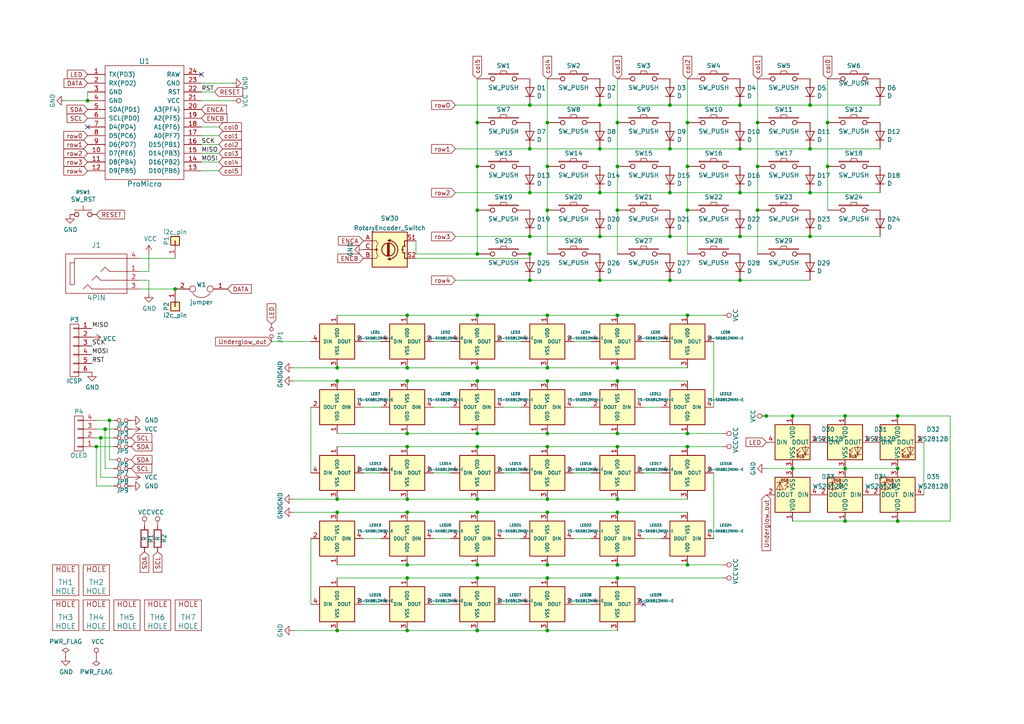
<source format=kicad_sch>
(kicad_sch (version 20211123) (generator eeschema)
  (paper "A4")
  (junction (at 194.31 55.88))
  (junction (at 260.35 151.13))
  (junction (at 118.11 167.64))
  (junction (at 194.31 81.28))
  (junction (at 138.43 125.73))
  (junction (at 30.48 124.46))
  (junction (at 199.39 60.96))
  (junction (at 118.11 148.59))
  (junction (at 27.94 129.54))
  (junction (at 222.25 120.65))
  (junction (at 158.75 60.96))
  (junction (at 194.31 68.58))
  (junction (at 158.75 148.59))
  (junction (at 179.07 129.54))
  (junction (at 158.75 48.26))
  (junction (at 179.07 163.83))
  (junction (at 118.11 91.44))
  (junction (at 138.43 182.88))
  (junction (at 158.75 106.68))
  (junction (at 158.75 91.44))
  (junction (at 199.39 35.56))
  (junction (at 50.8 83.82))
  (junction (at 173.99 68.58))
  (junction (at 179.07 148.59))
  (junction (at 158.75 125.73))
  (junction (at 138.43 110.49))
  (junction (at 138.43 48.26))
  (junction (at 158.75 129.54))
  (junction (at 158.75 110.49))
  (junction (at 240.03 48.26))
  (junction (at 245.11 135.89))
  (junction (at 179.07 144.78))
  (junction (at 138.43 73.66))
  (junction (at 179.07 125.73))
  (junction (at 138.43 91.44))
  (junction (at 179.07 110.49))
  (junction (at 229.87 135.89))
  (junction (at 229.87 120.65))
  (junction (at 245.11 120.65))
  (junction (at 194.31 30.48))
  (junction (at 138.43 148.59))
  (junction (at 260.35 120.65))
  (junction (at 158.75 163.83))
  (junction (at 214.63 81.28))
  (junction (at 97.79 106.68))
  (junction (at 234.95 30.48))
  (junction (at 234.95 55.88))
  (junction (at 240.03 35.56))
  (junction (at 179.07 167.64))
  (junction (at 158.75 144.78))
  (junction (at 199.39 91.44))
  (junction (at 29.21 127))
  (junction (at 138.43 35.56))
  (junction (at 199.39 163.83))
  (junction (at 214.63 43.18))
  (junction (at 138.43 163.83))
  (junction (at 173.99 55.88))
  (junction (at 194.31 43.18))
  (junction (at 31.75 121.92))
  (junction (at 219.71 60.96))
  (junction (at 118.11 163.83))
  (junction (at 97.79 148.59))
  (junction (at 219.71 48.26))
  (junction (at 179.07 106.68))
  (junction (at 179.07 48.26))
  (junction (at 199.39 48.26))
  (junction (at 158.75 182.88))
  (junction (at 25.4 29.21))
  (junction (at 118.11 125.73))
  (junction (at 153.67 68.58))
  (junction (at 199.39 125.73))
  (junction (at 158.75 167.64))
  (junction (at 219.71 35.56))
  (junction (at 153.67 30.48))
  (junction (at 97.79 182.88))
  (junction (at 118.11 182.88))
  (junction (at 138.43 106.68))
  (junction (at 173.99 43.18))
  (junction (at 214.63 68.58))
  (junction (at 153.67 81.28))
  (junction (at 158.75 35.56))
  (junction (at 179.07 35.56))
  (junction (at 97.79 144.78))
  (junction (at 118.11 144.78))
  (junction (at 118.11 106.68))
  (junction (at 199.39 129.54))
  (junction (at 179.07 60.96))
  (junction (at 234.95 43.18))
  (junction (at 173.99 30.48))
  (junction (at 153.67 55.88))
  (junction (at 118.11 129.54))
  (junction (at 234.95 68.58))
  (junction (at 214.63 55.88))
  (junction (at 138.43 60.96))
  (junction (at 97.79 110.49))
  (junction (at 173.99 81.28))
  (junction (at 153.67 43.18))
  (junction (at 179.07 91.44))
  (junction (at 260.35 135.89))
  (junction (at 138.43 167.64))
  (junction (at 118.11 110.49))
  (junction (at 153.67 73.66))
  (junction (at 245.11 151.13))
  (junction (at 138.43 144.78))
  (junction (at 138.43 129.54))
  (junction (at 214.63 30.48))
  (no_connect (at 25.4 36.83))
  (no_connect (at 186.69 175.26))
  (no_connect (at 58.42 21.59))
  (wire (pts (xy 158.75 148.59) (xy 179.07 148.59)))
  (wire (pts (xy 207.01 99.06) (xy 207.01 118.11)))
  (wire (pts (xy 158.75 110.49) (xy 179.07 110.49)))
  (wire (pts (xy 85.09 106.68) (xy 97.79 106.68)))
  (wire (pts (xy 85.09 182.88) (xy 97.79 182.88)))
  (wire (pts (xy 158.75 60.96) (xy 158.75 73.66)))
  (wire (pts (xy 166.37 156.21) (xy 171.45 156.21)))
  (wire (pts (xy 27.94 129.54) (xy 33.02 129.54)))
  (wire (pts (xy 179.07 167.64) (xy 209.55 167.64)))
  (wire (pts (xy 166.37 137.16) (xy 171.45 137.16)))
  (wire (pts (xy 158.75 35.56) (xy 158.75 48.26)))
  (wire (pts (xy 97.79 167.64) (xy 118.11 167.64)))
  (wire (pts (xy 179.07 91.44) (xy 199.39 91.44)))
  (wire (pts (xy 158.75 167.64) (xy 179.07 167.64)))
  (wire (pts (xy 234.95 68.58) (xy 255.27 68.58)))
  (wire (pts (xy 33.02 133.35) (xy 31.75 133.35)))
  (wire (pts (xy 214.63 43.18) (xy 234.95 43.18)))
  (wire (pts (xy 138.43 22.86) (xy 138.43 35.56)))
  (wire (pts (xy 118.11 91.44) (xy 138.43 91.44)))
  (wire (pts (xy 138.43 48.26) (xy 138.43 60.96)))
  (wire (pts (xy 97.79 182.88) (xy 118.11 182.88)))
  (wire (pts (xy 199.39 60.96) (xy 199.39 73.66)))
  (wire (pts (xy 138.43 182.88) (xy 158.75 182.88)))
  (wire (pts (xy 240.03 35.56) (xy 240.03 48.26)))
  (wire (pts (xy 27.94 127) (xy 29.21 127)))
  (wire (pts (xy 105.41 156.21) (xy 110.49 156.21)))
  (wire (pts (xy 158.75 144.78) (xy 179.07 144.78)))
  (wire (pts (xy 138.43 129.54) (xy 158.75 129.54)))
  (wire (pts (xy 179.07 144.78) (xy 199.39 144.78)))
  (wire (pts (xy 132.08 81.28) (xy 153.67 81.28)))
  (wire (pts (xy 199.39 91.44) (xy 209.55 91.44)))
  (wire (pts (xy 153.67 55.88) (xy 132.08 55.88)))
  (wire (pts (xy 229.87 135.89) (xy 245.11 135.89)))
  (wire (pts (xy 173.99 55.88) (xy 194.31 55.88)))
  (wire (pts (xy 146.05 137.16) (xy 151.13 137.16)))
  (wire (pts (xy 234.95 30.48) (xy 255.27 30.48)))
  (wire (pts (xy 222.25 135.89) (xy 229.87 135.89)))
  (wire (pts (xy 158.75 125.73) (xy 179.07 125.73)))
  (wire (pts (xy 138.43 91.44) (xy 158.75 91.44)))
  (wire (pts (xy 67.31 24.13) (xy 58.42 24.13)))
  (wire (pts (xy 219.71 60.96) (xy 219.71 73.66)))
  (wire (pts (xy 194.31 43.18) (xy 214.63 43.18)))
  (wire (pts (xy 33.02 124.46) (xy 30.48 124.46)))
  (wire (pts (xy 234.95 30.48) (xy 214.63 30.48)))
  (wire (pts (xy 105.41 99.06) (xy 110.49 99.06)))
  (wire (pts (xy 199.39 48.26) (xy 199.39 60.96)))
  (wire (pts (xy 220.98 120.65) (xy 222.25 120.65)))
  (wire (pts (xy 97.79 110.49) (xy 118.11 110.49)))
  (wire (pts (xy 186.69 137.16) (xy 191.77 137.16)))
  (wire (pts (xy 118.11 125.73) (xy 138.43 125.73)))
  (wire (pts (xy 158.75 163.83) (xy 179.07 163.83)))
  (wire (pts (xy 29.21 127) (xy 33.02 127)))
  (wire (pts (xy 173.99 30.48) (xy 153.67 30.48)))
  (wire (pts (xy 40.64 83.82) (xy 50.8 83.82)))
  (wire (pts (xy 173.99 81.28) (xy 194.31 81.28)))
  (wire (pts (xy 199.39 163.83) (xy 209.55 163.83)))
  (wire (pts (xy 166.37 118.11) (xy 171.45 118.11)))
  (wire (pts (xy 138.43 110.49) (xy 158.75 110.49)))
  (wire (pts (xy 85.09 110.49) (xy 97.79 110.49)))
  (wire (pts (xy 138.43 125.73) (xy 158.75 125.73)))
  (wire (pts (xy 219.71 22.86) (xy 219.71 35.56)))
  (wire (pts (xy 118.11 106.68) (xy 138.43 106.68)))
  (wire (pts (xy 29.21 138.43) (xy 29.21 127)))
  (wire (pts (xy 105.41 137.16) (xy 110.49 137.16)))
  (wire (pts (xy 125.73 156.21) (xy 130.81 156.21)))
  (wire (pts (xy 173.99 30.48) (xy 194.31 30.48)))
  (wire (pts (xy 173.99 68.58) (xy 153.67 68.58)))
  (wire (pts (xy 158.75 48.26) (xy 158.75 60.96)))
  (wire (pts (xy 27.94 124.46) (xy 30.48 124.46)))
  (wire (pts (xy 186.69 156.21) (xy 191.77 156.21)))
  (wire (pts (xy 166.37 99.06) (xy 171.45 99.06)))
  (wire (pts (xy 153.67 68.58) (xy 132.08 68.58)))
  (wire (pts (xy 214.63 68.58) (xy 234.95 68.58)))
  (wire (pts (xy 40.64 74.93) (xy 50.8 74.93)))
  (wire (pts (xy 199.39 35.56) (xy 199.39 48.26)))
  (wire (pts (xy 179.07 48.26) (xy 179.07 60.96)))
  (wire (pts (xy 97.79 144.78) (xy 118.11 144.78)))
  (wire (pts (xy 158.75 129.54) (xy 179.07 129.54)))
  (wire (pts (xy 118.11 110.49) (xy 138.43 110.49)))
  (wire (pts (xy 194.31 81.28) (xy 214.63 81.28)))
  (wire (pts (xy 63.5 49.53) (xy 58.42 49.53)))
  (wire (pts (xy 43.18 81.28) (xy 43.18 85.09)))
  (wire (pts (xy 214.63 81.28) (xy 234.95 81.28)))
  (wire (pts (xy 158.75 91.44) (xy 179.07 91.44)))
  (wire (pts (xy 33.02 121.92) (xy 31.75 121.92)))
  (wire (pts (xy 179.07 35.56) (xy 179.07 48.26)))
  (wire (pts (xy 179.07 106.68) (xy 199.39 106.68)))
  (wire (pts (xy 118.11 182.88) (xy 138.43 182.88)))
  (wire (pts (xy 138.43 163.83) (xy 158.75 163.83)))
  (wire (pts (xy 158.75 106.68) (xy 179.07 106.68)))
  (wire (pts (xy 62.23 26.67) (xy 58.42 26.67)))
  (wire (pts (xy 146.05 156.21) (xy 151.13 156.21)))
  (wire (pts (xy 25.4 26.67) (xy 25.4 29.21)))
  (wire (pts (xy 40.64 81.28) (xy 43.18 81.28)))
  (wire (pts (xy 97.79 163.83) (xy 118.11 163.83)))
  (wire (pts (xy 179.07 163.83) (xy 199.39 163.83)))
  (wire (pts (xy 240.03 48.26) (xy 240.03 60.96)))
  (wire (pts (xy 63.5 46.99) (xy 58.42 46.99)))
  (wire (pts (xy 153.67 74.93) (xy 153.67 73.66)))
  (wire (pts (xy 179.07 60.96) (xy 179.07 73.66)))
  (wire (pts (xy 173.99 43.18) (xy 153.67 43.18)))
  (wire (pts (xy 267.97 128.27) (xy 267.97 143.51)))
  (wire (pts (xy 138.43 167.64) (xy 158.75 167.64)))
  (wire (pts (xy 245.11 151.13) (xy 260.35 151.13)))
  (wire (pts (xy 97.79 91.44) (xy 118.11 91.44)))
  (wire (pts (xy 194.31 30.48) (xy 214.63 30.48)))
  (wire (pts (xy 58.42 41.91) (xy 63.5 41.91)))
  (wire (pts (xy 90.17 156.21) (xy 90.17 175.26)))
  (wire (pts (xy 138.43 60.96) (xy 138.43 73.66)))
  (wire (pts (xy 275.59 151.13) (xy 275.59 120.65)))
  (wire (pts (xy 146.05 118.11) (xy 151.13 118.11)))
  (wire (pts (xy 222.25 120.65) (xy 229.87 120.65)))
  (wire (pts (xy 118.11 167.64) (xy 138.43 167.64)))
  (wire (pts (xy 194.31 55.88) (xy 214.63 55.88)))
  (wire (pts (xy 105.41 118.11) (xy 110.49 118.11)))
  (wire (pts (xy 207.01 137.16) (xy 207.01 156.21)))
  (wire (pts (xy 85.09 148.59) (xy 97.79 148.59)))
  (wire (pts (xy 25.4 29.21) (xy 19.05 29.21)))
  (wire (pts (xy 138.43 144.78) (xy 158.75 144.78)))
  (wire (pts (xy 179.07 22.86) (xy 179.07 35.56)))
  (wire (pts (xy 43.18 78.74) (xy 40.64 78.74)))
  (wire (pts (xy 179.07 125.73) (xy 199.39 125.73)))
  (wire (pts (xy 186.69 118.11) (xy 191.77 118.11)))
  (wire (pts (xy 27.94 121.92) (xy 31.75 121.92)))
  (wire (pts (xy 27.94 140.97) (xy 33.02 140.97)))
  (wire (pts (xy 179.07 110.49) (xy 199.39 110.49)))
  (wire (pts (xy 158.75 22.86) (xy 158.75 35.56)))
  (wire (pts (xy 120.65 74.93) (xy 153.67 74.93)))
  (wire (pts (xy 43.18 73.66) (xy 43.18 78.74)))
  (wire (pts (xy 118.11 148.59) (xy 138.43 148.59)))
  (wire (pts (xy 138.43 106.68) (xy 158.75 106.68)))
  (wire (pts (xy 118.11 144.78) (xy 138.43 144.78)))
  (wire (pts (xy 78.74 99.06) (xy 90.17 99.06)))
  (wire (pts (xy 153.67 81.28) (xy 173.99 81.28)))
  (wire (pts (xy 125.73 137.16) (xy 130.81 137.16)))
  (wire (pts (xy 97.79 129.54) (xy 118.11 129.54)))
  (wire (pts (xy 30.48 124.46) (xy 30.48 135.89)))
  (wire (pts (xy 146.05 175.26) (xy 151.13 175.26)))
  (wire (pts (xy 125.73 175.26) (xy 130.81 175.26)))
  (wire (pts (xy 120.65 73.66) (xy 120.65 69.85)))
  (wire (pts (xy 179.07 148.59) (xy 199.39 148.59)))
  (wire (pts (xy 138.43 35.56) (xy 138.43 48.26)))
  (wire (pts (xy 97.79 125.73) (xy 118.11 125.73)))
  (wire (pts (xy 234.95 55.88) (xy 255.27 55.88)))
  (wire (pts (xy 97.79 148.59) (xy 118.11 148.59)))
  (wire (pts (xy 27.94 129.54) (xy 27.94 140.97)))
  (wire (pts (xy 260.35 151.13) (xy 275.59 151.13)))
  (wire (pts (xy 199.39 129.54) (xy 209.55 129.54)))
  (wire (pts (xy 173.99 68.58) (xy 194.31 68.58)))
  (wire (pts (xy 85.09 144.78) (xy 97.79 144.78)))
  (wire (pts (xy 63.5 39.37) (xy 58.42 39.37)))
  (wire (pts (xy 33.02 138.43) (xy 29.21 138.43)))
  (wire (pts (xy 219.71 35.56) (xy 219.71 48.26)))
  (wire (pts (xy 90.17 118.11) (xy 90.17 137.16)))
  (wire (pts (xy 234.95 43.18) (xy 255.27 43.18)))
  (wire (pts (xy 125.73 118.11) (xy 130.81 118.11)))
  (wire (pts (xy 229.87 151.13) (xy 245.11 151.13)))
  (wire (pts (xy 240.03 35.56) (xy 240.03 22.86)))
  (wire (pts (xy 120.65 73.66) (xy 138.43 73.66)))
  (wire (pts (xy 67.31 29.21) (xy 58.42 29.21)))
  (wire (pts (xy 105.41 175.26) (xy 110.49 175.26)))
  (wire (pts (xy 219.71 48.26) (xy 219.71 60.96)))
  (wire (pts (xy 166.37 175.26) (xy 171.45 175.26)))
  (wire (pts (xy 138.43 148.59) (xy 158.75 148.59)))
  (wire (pts (xy 245.11 120.65) (xy 260.35 120.65)))
  (wire (pts (xy 158.75 182.88) (xy 179.07 182.88)))
  (wire (pts (xy 125.73 99.06) (xy 130.81 99.06)))
  (wire (pts (xy 229.87 120.65) (xy 245.11 120.65)))
  (wire (pts (xy 58.42 36.83) (xy 63.5 36.83)))
  (wire (pts (xy 97.79 106.68) (xy 118.11 106.68)))
  (wire (pts (xy 173.99 43.18) (xy 194.31 43.18)))
  (wire (pts (xy 199.39 125.73) (xy 209.55 125.73)))
  (wire (pts (xy 199.39 22.86) (xy 199.39 35.56)))
  (wire (pts (xy 173.99 55.88) (xy 153.67 55.88)))
  (wire (pts (xy 118.11 129.54) (xy 138.43 129.54)))
  (wire (pts (xy 153.67 30.48) (xy 132.08 30.48)))
  (wire (pts (xy 245.11 135.89) (xy 260.35 135.89)))
  (wire (pts (xy 58.42 44.45) (xy 63.5 44.45)))
  (wire (pts (xy 30.48 135.89) (xy 33.02 135.89)))
  (wire (pts (xy 194.31 68.58) (xy 214.63 68.58)))
  (wire (pts (xy 153.67 43.18) (xy 132.08 43.18)))
  (wire (pts (xy 146.05 99.06) (xy 151.13 99.06)))
  (wire (pts (xy 214.63 55.88) (xy 234.95 55.88)))
  (wire (pts (xy 31.75 121.92) (xy 31.75 133.35)))
  (wire (pts (xy 275.59 120.65) (xy 260.35 120.65)))
  (wire (pts (xy 186.69 99.06) (xy 191.77 99.06)))
  (wire (pts (xy 179.07 129.54) (xy 199.39 129.54)))
  (wire (pts (xy 118.11 163.83) (xy 138.43 163.83)))
  (label "MOSI" (at 26.67 102.87 0))
  (label "RST" (at 26.67 105.41 0))
  (label "MOSI" (at 58.42 46.99 0))
  (label "SCK" (at 26.67 100.33 0))
  (label "RST" (at 58.42 26.67 0))
  (label "SCK" (at 58.42 41.91 0))
  (label "MISO" (at 58.42 44.45 0))
  (label "MISO" (at 26.67 95.25 0))
  (global_label "ENCA" (shape input) (at 105.41 69.85 180) (property "Intersheet References" "${INTERSHEET_REFS}" (effects hide)))
  (global_label "col0" (shape input) (at 240.03 22.86 90) (property "Intersheet References" "${INTERSHEET_REFS}" (effects hide)))
  (global_label "ENCB" (shape input) (at 58.42 34.29 0) (property "Intersheet References" "${INTERSHEET_REFS}" (effects hide)))
  (global_label "row3" (shape input) (at 132.08 68.58 180) (property "Intersheet References" "${INTERSHEET_REFS}" (effects hide)))
  (global_label "LED" (shape input) (at 78.74 93.98 90) (property "Intersheet References" "${INTERSHEET_REFS}" (effects hide)))
  (global_label "row2" (shape input) (at 132.08 55.88 180) (property "Intersheet References" "${INTERSHEET_REFS}" (effects hide)))
  (global_label "row1" (shape input) (at 25.4 41.91 180) (property "Intersheet References" "${INTERSHEET_REFS}" (effects hide)))
  (global_label "col1" (shape input) (at 63.5 39.37 0) (property "Intersheet References" "${INTERSHEET_REFS}" (effects hide)))
  (global_label "row2" (shape input) (at 25.4 44.45 180) (property "Intersheet References" "${INTERSHEET_REFS}" (effects hide)))
  (global_label "col1" (shape input) (at 219.71 22.86 90) (property "Intersheet References" "${INTERSHEET_REFS}" (effects hide)))
  (global_label "row1" (shape input) (at 132.08 43.18 180) (property "Intersheet References" "${INTERSHEET_REFS}" (effects hide)))
  (global_label "col2" (shape input) (at 63.5 41.91 0) (property "Intersheet References" "${INTERSHEET_REFS}" (effects hide)))
  (global_label "RESET" (shape input) (at 27.94 62.23 0) (property "Intersheet References" "${INTERSHEET_REFS}" (effects hide)))
  (global_label "col0" (shape input) (at 63.5 36.83 0) (property "Intersheet References" "${INTERSHEET_REFS}" (effects hide)))
  (global_label "row0" (shape input) (at 132.08 30.48 180) (property "Intersheet References" "${INTERSHEET_REFS}" (effects hide)))
  (global_label "SDA" (shape input) (at 25.4 31.75 180) (property "Intersheet References" "${INTERSHEET_REFS}" (effects hide)))
  (global_label "col2" (shape input) (at 199.39 22.86 90) (property "Intersheet References" "${INTERSHEET_REFS}" (effects hide)))
  (global_label "SDA" (shape input) (at 41.91 160.02 270) (property "Intersheet References" "${INTERSHEET_REFS}" (effects hide)))
  (global_label "ENCA" (shape input) (at 58.42 31.75 0) (property "Intersheet References" "${INTERSHEET_REFS}" (effects hide)))
  (global_label "row4" (shape input) (at 25.4 49.53 180) (property "Intersheet References" "${INTERSHEET_REFS}" (effects hide)))
  (global_label "SCL" (shape input) (at 45.72 160.02 270) (property "Intersheet References" "${INTERSHEET_REFS}" (effects hide)))
  (global_label "LED" (shape input) (at 25.4 21.59 180) (property "Intersheet References" "${INTERSHEET_REFS}" (effects hide)))
  (global_label "SDA" (shape input) (at 38.1 133.35 0) (property "Intersheet References" "${INTERSHEET_REFS}" (effects hide)))
  (global_label "SCL" (shape input) (at 38.1 135.89 0) (property "Intersheet References" "${INTERSHEET_REFS}" (effects hide)))
  (global_label "col3" (shape input) (at 179.07 22.86 90) (property "Intersheet References" "${INTERSHEET_REFS}" (effects hide)))
  (global_label "DATA" (shape input) (at 66.04 83.82 0) (property "Intersheet References" "${INTERSHEET_REFS}" (effects hide)))
  (global_label "DATA" (shape input) (at 25.4 24.13 180) (property "Intersheet References" "${INTERSHEET_REFS}" (effects hide)))
  (global_label "LED" (shape input) (at 222.25 128.27 180) (property "Intersheet References" "${INTERSHEET_REFS}" (effects hide)))
  (global_label "SDA" (shape input) (at 38.1 129.54 0) (property "Intersheet References" "${INTERSHEET_REFS}" (effects hide)))
  (global_label "col5" (shape input) (at 63.5 49.53 0) (property "Intersheet References" "${INTERSHEET_REFS}" (effects hide)))
  (global_label "SCL" (shape input) (at 38.1 127 0) (property "Intersheet References" "${INTERSHEET_REFS}" (effects hide)))
  (global_label "row4" (shape input) (at 132.08 81.28 180) (property "Intersheet References" "${INTERSHEET_REFS}" (effects hide)))
  (global_label "col3" (shape input) (at 63.5 44.45 0) (property "Intersheet References" "${INTERSHEET_REFS}" (effects hide)))
  (global_label "col4" (shape input) (at 158.75 22.86 90) (property "Intersheet References" "${INTERSHEET_REFS}" (effects hide)))
  (global_label "SCL" (shape input) (at 25.4 34.29 180) (property "Intersheet References" "${INTERSHEET_REFS}" (effects hide)))
  (global_label "col4" (shape input) (at 63.5 46.99 0) (property "Intersheet References" "${INTERSHEET_REFS}" (effects hide)))
  (global_label "ENCB" (shape input) (at 105.41 74.93 180) (property "Intersheet References" "${INTERSHEET_REFS}" (effects hide)))
  (global_label "col5" (shape input) (at 138.43 22.86 90) (property "Intersheet References" "${INTERSHEET_REFS}" (effects hide)))
  (global_label "row0" (shape input) (at 25.4 39.37 180) (property "Intersheet References" "${INTERSHEET_REFS}" (effects hide)))
  (global_label "Underglow_out" (shape input) (at 222.25 143.51 270) (property "Intersheet References" "${INTERSHEET_REFS}" (effects hide)))
  (global_label "RESET" (shape input) (at 62.23 26.67 0) (property "Intersheet References" "${INTERSHEET_REFS}" (effects hide)))
  (global_label "Underglow_out" (shape input) (at 78.74 99.06 180) (property "Intersheet References" "${INTERSHEET_REFS}" (effects hide)))
  (global_label "row3" (shape input) (at 25.4 46.99 180) (property "Intersheet References" "${INTERSHEET_REFS}" (effects hide)))
  (symbol (lib_id "Lily58-rescue:ProMicro_2-Lily58-cache") (at 41.91 35.56 0) (unit 1)
    (property "Reference" "U1" (at 41.91 17.78 0) (effects (font (size 1.524 1.524))))
    (property "Value" "ProMicro" (at 41.91 53.34 0) (effects (font (size 1.524 1.524))))
    (property "Footprint" "Lily58-footprint:ProMicro_rev2" (effects hide))
  )
  (symbol (lib_id "Lily58-rescue:SW_PUSH-Lily58-cache") (at 146.05 73.66 0) (unit 1)
    (property "Reference" "SW25" (at 146.05 69.85 0))
    (property "Value" "SW_PUSH" (at 146.05 76.2 0))
    (property "Footprint" "Lily58-footprint:MX_Socket_18mm" (effects hide))
  )
  (symbol (lib_id "Lily58-rescue:SW_PUSH-Lily58-cache") (at 166.37 73.66 0) (unit 1)
    (property "Reference" "SW26" (at 166.37 69.85 0))
    (property "Value" "SW_PUSH" (at 166.37 76.2 0))
    (property "Footprint" "Lily58-footprint:MX_Socket_18mm" (effects hide))
  )
  (symbol (lib_id "Lily58-rescue:SW_PUSH-Lily58-cache") (at 146.05 22.86 0) (unit 1)
    (property "Reference" "SW1" (at 146.05 19.05 0))
    (property "Value" "SW_PUSH" (at 146.05 25.4 0))
    (property "Footprint" "Lily58-footprint:MX_Socket_18mm" (effects hide))
  )
  (symbol (lib_id "Lily58-rescue:D-Lily58-cache") (at 153.67 26.67 90) (unit 1)
    (property "Reference" "D1" (at 155.6766 25.5016 90) (effects (justify right)))
    (property "Value" "D" (at 155.6766 27.813 90) (effects (justify right)))
    (property "Footprint" "Lily58-footprint:Diode-Doublesided-TH-7.5mm" (effects hide))
  )
  (symbol (lib_id "Lily58-rescue:SW_PUSH-Lily58-cache") (at 166.37 22.86 0) (unit 1)
    (property "Reference" "SW2" (at 166.37 19.05 0))
    (property "Value" "SW_PUSH" (at 166.37 25.4 0))
    (property "Footprint" "Lily58-footprint:MX_Socket_18mm" (effects hide))
  )
  (symbol (lib_id "Lily58-rescue:D-Lily58-cache") (at 173.99 26.67 90) (unit 1)
    (property "Reference" "D2" (at 175.9966 25.5016 90) (effects (justify right)))
    (property "Value" "D" (at 175.9966 27.813 90) (effects (justify right)))
    (property "Footprint" "Lily58-footprint:Diode-Doublesided-TH-7.5mm" (effects hide))
  )
  (symbol (lib_id "Lily58-rescue:SW_PUSH-Lily58-cache") (at 186.69 22.86 0) (unit 1)
    (property "Reference" "SW3" (at 186.69 19.05 0))
    (property "Value" "SW_PUSH" (at 186.69 25.4 0))
    (property "Footprint" "Lily58-footprint:MX_Socket_18mm" (effects hide))
  )
  (symbol (lib_id "Lily58-rescue:D-Lily58-cache") (at 194.31 26.67 90) (unit 1)
    (property "Reference" "D3" (at 196.3166 25.5016 90) (effects (justify right)))
    (property "Value" "D" (at 196.3166 27.813 90) (effects (justify right)))
    (property "Footprint" "Lily58-footprint:Diode-Doublesided-TH-7.5mm" (effects hide))
  )
  (symbol (lib_id "Lily58-rescue:SW_PUSH-Lily58-cache") (at 207.01 22.86 0) (unit 1)
    (property "Reference" "SW4" (at 207.01 19.05 0))
    (property "Value" "SW_PUSH" (at 207.01 25.4 0))
    (property "Footprint" "Lily58-footprint:MX_Socket_18mm" (effects hide))
  )
  (symbol (lib_id "Lily58-rescue:D-Lily58-cache") (at 214.63 26.67 90) (unit 1)
    (property "Reference" "D4" (at 216.6366 25.5016 90) (effects (justify right)))
    (property "Value" "D" (at 216.6366 27.813 90) (effects (justify right)))
    (property "Footprint" "Lily58-footprint:Diode-Doublesided-TH-7.5mm" (effects hide))
  )
  (symbol (lib_id "Lily58-rescue:SW_PUSH-Lily58-cache") (at 227.33 22.86 0) (unit 1)
    (property "Reference" "SW5" (at 227.33 19.05 0))
    (property "Value" "SW_PUSH" (at 227.33 25.4 0))
    (property "Footprint" "Lily58-footprint:MX_Socket_18mm" (effects hide))
  )
  (symbol (lib_id "Lily58-rescue:D-Lily58-cache") (at 234.95 26.67 90) (unit 1)
    (property "Reference" "D5" (at 236.9566 25.5016 90) (effects (justify right)))
    (property "Value" "D" (at 236.9566 27.813 90) (effects (justify right)))
    (property "Footprint" "Lily58-footprint:Diode-Doublesided-TH-7.5mm" (effects hide))
  )
  (symbol (lib_id "Lily58-rescue:SW_PUSH-Lily58-cache") (at 247.65 22.86 0) (unit 1)
    (property "Reference" "SW6" (at 247.65 19.05 0))
    (property "Value" "SW_PUSH" (at 247.65 24.13 0))
    (property "Footprint" "Lily58-footprint:MX_Socket_18mm" (effects hide))
  )
  (symbol (lib_id "Lily58-rescue:D-Lily58-cache") (at 255.27 26.67 90) (unit 1)
    (property "Reference" "D6" (at 257.2766 25.5016 90) (effects (justify right)))
    (property "Value" "D" (at 257.2766 27.813 90) (effects (justify right)))
    (property "Footprint" "Lily58-footprint:Diode-Doublesided-TH-7.5mm" (effects hide))
  )
  (symbol (lib_id "Lily58-rescue:SW_PUSH-Lily58-cache") (at 166.37 35.56 0) (unit 1)
    (property "Reference" "SW8" (at 166.37 31.75 0))
    (property "Value" "SW_PUSH" (at 166.37 38.1 0))
    (property "Footprint" "Lily58-footprint:MX_Socket_18mm" (effects hide))
  )
  (symbol (lib_id "Lily58-rescue:SW_PUSH-Lily58-cache") (at 186.69 35.56 0) (unit 1)
    (property "Reference" "SW9" (at 186.69 31.75 0))
    (property "Value" "SW_PUSH" (at 186.69 38.1 0))
    (property "Footprint" "Lily58-footprint:MX_Socket_18mm" (effects hide))
  )
  (symbol (lib_id "Lily58-rescue:SW_PUSH-Lily58-cache") (at 207.01 35.56 0) (unit 1)
    (property "Reference" "SW10" (at 207.01 31.75 0))
    (property "Value" "SW_PUSH" (at 207.01 38.1 0))
    (property "Footprint" "Lily58-footprint:MX_Socket_18mm" (effects hide))
  )
  (symbol (lib_id "Lily58-rescue:SW_PUSH-Lily58-cache") (at 227.33 35.56 0) (unit 1)
    (property "Reference" "SW11" (at 227.33 31.75 0))
    (property "Value" "SW_PUSH" (at 227.33 38.1 0))
    (property "Footprint" "Lily58-footprint:MX_Socket_18mm" (effects hide))
  )
  (symbol (lib_id "Lily58-rescue:SW_PUSH-Lily58-cache") (at 247.65 35.56 0) (unit 1)
    (property "Reference" "SW12" (at 247.65 31.75 0))
    (property "Value" "SW_PUSH" (at 247.65 38.1 0))
    (property "Footprint" "Lily58-footprint:MX_Socket_18mm" (effects hide))
  )
  (symbol (lib_id "Lily58-rescue:SW_PUSH-Lily58-cache") (at 146.05 35.56 0) (unit 1)
    (property "Reference" "SW7" (at 146.05 31.75 0))
    (property "Value" "SW_PUSH" (at 146.05 38.1 0))
    (property "Footprint" "Lily58-footprint:MX_Socket_18mm" (effects hide))
  )
  (symbol (lib_id "Lily58-rescue:D-Lily58-cache") (at 153.67 39.37 90) (unit 1)
    (property "Reference" "D7" (at 155.6766 38.2016 90) (effects (justify right)))
    (property "Value" "D" (at 155.6766 40.513 90) (effects (justify right)))
    (property "Footprint" "Lily58-footprint:Diode-Doublesided-TH-7.5mm" (effects hide))
  )
  (symbol (lib_id "Lily58-rescue:D-Lily58-cache") (at 173.99 39.37 90) (unit 1)
    (property "Reference" "D8" (at 175.9966 38.2016 90) (effects (justify right)))
    (property "Value" "D" (at 175.9966 40.513 90) (effects (justify right)))
    (property "Footprint" "Lily58-footprint:Diode-Doublesided-TH-7.5mm" (effects hide))
  )
  (symbol (lib_id "Lily58-rescue:D-Lily58-cache") (at 194.31 39.37 90) (unit 1)
    (property "Reference" "D9" (at 196.3166 38.2016 90) (effects (justify right)))
    (property "Value" "D" (at 196.3166 40.513 90) (effects (justify right)))
    (property "Footprint" "Lily58-footprint:Diode-Doublesided-TH-7.5mm" (effects hide))
  )
  (symbol (lib_id "Lily58-rescue:D-Lily58-cache") (at 214.63 39.37 90) (unit 1)
    (property "Reference" "D10" (at 216.6366 38.2016 90) (effects (justify right)))
    (property "Value" "D" (at 216.6366 40.513 90) (effects (justify right)))
    (property "Footprint" "Lily58-footprint:Diode-Doublesided-TH-7.5mm" (effects hide))
  )
  (symbol (lib_id "Lily58-rescue:D-Lily58-cache") (at 234.95 39.37 90) (unit 1)
    (property "Reference" "D11" (at 236.9566 38.2016 90) (effects (justify right)))
    (property "Value" "D" (at 236.9566 40.513 90) (effects (justify right)))
    (property "Footprint" "Lily58-footprint:Diode-Doublesided-TH-7.5mm" (effects hide))
  )
  (symbol (lib_id "Lily58-rescue:D-Lily58-cache") (at 255.27 39.37 90) (unit 1)
    (property "Reference" "D12" (at 257.2766 38.2016 90) (effects (justify right)))
    (property "Value" "D" (at 257.2766 40.513 90) (effects (justify right)))
    (property "Footprint" "Lily58-footprint:Diode-Doublesided-TH-7.5mm" (effects hide))
  )
  (symbol (lib_id "Lily58-rescue:SW_PUSH-Lily58-cache") (at 146.05 48.26 0) (unit 1)
    (property "Reference" "SW13" (at 146.05 44.45 0))
    (property "Value" "SW_PUSH" (at 146.05 50.8 0))
    (property "Footprint" "Lily58-footprint:MX_Socket_18mm" (effects hide))
  )
  (symbol (lib_id "Lily58-rescue:SW_PUSH-Lily58-cache") (at 166.37 48.26 0) (unit 1)
    (property "Reference" "SW14" (at 166.37 44.45 0))
    (property "Value" "SW_PUSH" (at 166.37 50.8 0))
    (property "Footprint" "Lily58-footprint:MX_Socket_18mm" (effects hide))
  )
  (symbol (lib_id "Lily58-rescue:SW_PUSH-Lily58-cache") (at 186.69 48.26 0) (unit 1)
    (property "Reference" "SW15" (at 186.69 44.45 0))
    (property "Value" "SW_PUSH" (at 186.69 50.8 0))
    (property "Footprint" "Lily58-footprint:MX_Socket_18mm" (effects hide))
  )
  (symbol (lib_id "Lily58-rescue:SW_PUSH-Lily58-cache") (at 207.01 48.26 0) (unit 1)
    (property "Reference" "SW16" (at 207.01 44.45 0))
    (property "Value" "SW_PUSH" (at 207.01 50.8 0))
    (property "Footprint" "Lily58-footprint:MX_Socket_18mm" (effects hide))
  )
  (symbol (lib_id "Lily58-rescue:SW_PUSH-Lily58-cache") (at 227.33 48.26 0) (unit 1)
    (property "Reference" "SW17" (at 227.33 44.45 0))
    (property "Value" "SW_PUSH" (at 227.33 50.8 0))
    (property "Footprint" "Lily58-footprint:MX_Socket_18mm" (effects hide))
  )
  (symbol (lib_id "Lily58-rescue:SW_PUSH-Lily58-cache") (at 247.65 48.26 0) (unit 1)
    (property "Reference" "SW18" (at 247.65 44.45 0))
    (property "Value" "SW_PUSH" (at 247.65 50.8 0))
    (property "Footprint" "Lily58-footprint:MX_Socket_18mm" (effects hide))
  )
  (symbol (lib_id "Lily58-rescue:D-Lily58-cache") (at 153.67 52.07 90) (unit 1)
    (property "Reference" "D13" (at 155.6766 50.9016 90) (effects (justify right)))
    (property "Value" "D" (at 155.6766 53.213 90) (effects (justify right)))
    (property "Footprint" "Lily58-footprint:Diode-Doublesided-TH-7.5mm" (effects hide))
  )
  (symbol (lib_id "Lily58-rescue:D-Lily58-cache") (at 173.99 52.07 90) (unit 1)
    (property "Reference" "D14" (at 175.9966 50.9016 90) (effects (justify right)))
    (property "Value" "D" (at 175.9966 53.213 90) (effects (justify right)))
    (property "Footprint" "Lily58-footprint:Diode-Doublesided-TH-7.5mm" (effects hide))
  )
  (symbol (lib_id "Lily58-rescue:D-Lily58-cache") (at 194.31 52.07 90) (unit 1)
    (property "Reference" "D15" (at 196.3166 50.9016 90) (effects (justify right)))
    (property "Value" "D" (at 196.3166 53.213 90) (effects (justify right)))
    (property "Footprint" "Lily58-footprint:Diode-Doublesided-TH-7.5mm" (effects hide))
  )
  (symbol (lib_id "Lily58-rescue:D-Lily58-cache") (at 214.63 52.07 90) (unit 1)
    (property "Reference" "D16" (at 216.6366 50.9016 90) (effects (justify right)))
    (property "Value" "D" (at 216.6366 53.213 90) (effects (justify right)))
    (property "Footprint" "Lily58-footprint:Diode-Doublesided-TH-7.5mm" (effects hide))
  )
  (symbol (lib_id "Lily58-rescue:D-Lily58-cache") (at 234.95 52.07 90) (unit 1)
    (property "Reference" "D17" (at 236.9566 50.9016 90) (effects (justify right)))
    (property "Value" "D" (at 236.9566 53.213 90) (effects (justify right)))
    (property "Footprint" "Lily58-footprint:Diode-Doublesided-TH-7.5mm" (effects hide))
  )
  (symbol (lib_id "Lily58-rescue:D-Lily58-cache") (at 255.27 52.07 90) (unit 1)
    (property "Reference" "D18" (at 257.2766 50.9016 90) (effects (justify right)))
    (property "Value" "D" (at 257.2766 53.213 90) (effects (justify right)))
    (property "Footprint" "Lily58-footprint:Diode-Doublesided-TH-7.5mm" (effects hide))
  )
  (symbol (lib_id "Lily58-rescue:SW_PUSH-Lily58-cache") (at 186.69 60.96 0) (unit 1)
    (property "Reference" "SW21" (at 186.69 57.15 0))
    (property "Value" "SW_PUSH" (at 186.69 63.5 0))
    (property "Footprint" "Lily58-footprint:MX_Socket_18mm" (effects hide))
  )
  (symbol (lib_id "Lily58-rescue:SW_PUSH-Lily58-cache") (at 207.01 60.96 0) (unit 1)
    (property "Reference" "SW22" (at 207.01 57.15 0))
    (property "Value" "SW_PUSH" (at 207.01 63.5 0))
    (property "Footprint" "Lily58-footprint:MX_Socket_18mm" (effects hide))
  )
  (symbol (lib_id "Lily58-rescue:SW_PUSH-Lily58-cache") (at 227.33 60.96 0) (unit 1)
    (property "Reference" "SW23" (at 227.33 57.15 0))
    (property "Value" "SW_PUSH" (at 227.33 63.5 0))
    (property "Footprint" "Lily58-footprint:MX_Socket_18mm" (effects hide))
  )
  (symbol (lib_id "Lily58-rescue:SW_PUSH-Lily58-cache") (at 247.65 60.96 0) (unit 1)
    (property "Reference" "SW24" (at 247.65 57.15 0))
    (property "Value" "SW_PUSH" (at 247.65 63.5 0))
    (property "Footprint" "Lily58-footprint:MX_Socket_18mm" (effects hide))
  )
  (symbol (lib_id "Lily58-rescue:SW_PUSH-Lily58-cache") (at 166.37 60.96 0) (unit 1)
    (property "Reference" "SW20" (at 166.37 57.15 0))
    (property "Value" "SW_PUSH" (at 166.37 63.5 0))
    (property "Footprint" "Lily58-footprint:MX_Socket_18mm" (effects hide))
  )
  (symbol (lib_id "Lily58-rescue:SW_PUSH-Lily58-cache") (at 146.05 60.96 0) (unit 1)
    (property "Reference" "SW19" (at 146.05 57.15 0))
    (property "Value" "SW_PUSH" (at 146.05 63.5 0))
    (property "Footprint" "Lily58-footprint:MX_Socket_18mm" (effects hide))
  )
  (symbol (lib_id "Lily58-rescue:D-Lily58-cache") (at 153.67 64.77 90) (unit 1)
    (property "Reference" "D19" (at 155.6766 63.6016 90) (effects (justify right)))
    (property "Value" "D" (at 155.6766 65.913 90) (effects (justify right)))
    (property "Footprint" "Lily58-footprint:Diode-Doublesided-TH-7.5mm" (effects hide))
  )
  (symbol (lib_id "Lily58-rescue:D-Lily58-cache") (at 173.99 64.77 90) (unit 1)
    (property "Reference" "D20" (at 175.9966 63.6016 90) (effects (justify right)))
    (property "Value" "D" (at 175.9966 65.913 90) (effects (justify right)))
    (property "Footprint" "Lily58-footprint:Diode-Doublesided-TH-7.5mm" (effects hide))
  )
  (symbol (lib_id "Lily58-rescue:D-Lily58-cache") (at 194.31 64.77 90) (unit 1)
    (property "Reference" "D21" (at 196.3166 63.6016 90) (effects (justify right)))
    (property "Value" "D" (at 196.3166 65.913 90) (effects (justify right)))
    (property "Footprint" "Lily58-footprint:Diode-Doublesided-TH-7.5mm" (effects hide))
  )
  (symbol (lib_id "Lily58-rescue:D-Lily58-cache") (at 214.63 64.77 90) (unit 1)
    (property "Reference" "D22" (at 216.6366 63.6016 90) (effects (justify right)))
    (property "Value" "D" (at 216.6366 65.913 90) (effects (justify right)))
    (property "Footprint" "Lily58-footprint:Diode-Doublesided-TH-7.5mm" (effects hide))
  )
  (symbol (lib_id "Lily58-rescue:D-Lily58-cache") (at 234.95 64.77 90) (unit 1)
    (property "Reference" "D23" (at 236.9566 63.6016 90) (effects (justify right)))
    (property "Value" "D" (at 236.9566 65.913 90) (effects (justify right)))
    (property "Footprint" "Lily58-footprint:Diode-Doublesided-TH-7.5mm" (effects hide))
  )
  (symbol (lib_id "Lily58-rescue:D-Lily58-cache") (at 255.27 64.77 90) (unit 1)
    (property "Reference" "D24" (at 257.2766 63.6016 90) (effects (justify right)))
    (property "Value" "D" (at 257.2766 65.913 90) (effects (justify right)))
    (property "Footprint" "Lily58-footprint:Diode-Doublesided-TH-7.5mm" (effects hide))
  )
  (symbol (lib_id "Lily58-rescue:SW_PUSH-Lily58-cache") (at 186.69 73.66 0) (unit 1)
    (property "Reference" "SW27" (at 186.69 69.85 0))
    (property "Value" "SW_PUSH" (at 186.69 76.2 0))
    (property "Footprint" "Lily58-footprint:MX_Socket_18mm" (effects hide))
  )
  (symbol (lib_id "Lily58-rescue:SW_PUSH-Lily58-cache") (at 207.01 73.66 0) (unit 1)
    (property "Reference" "SW28" (at 207.01 69.85 0))
    (property "Value" "SW_PUSH" (at 207.01 76.2 0))
    (property "Footprint" "Lily58-footprint:MX_Socket_18mm" (effects hide))
  )
  (symbol (lib_id "Lily58-rescue:SW_PUSH-Lily58-cache") (at 227.33 73.66 0) (unit 1)
    (property "Reference" "SW29" (at 227.33 69.85 0))
    (property "Value" "SW_PUSH" (at 227.33 76.2 0))
    (property "Footprint" "Lily58-footprint:MX_Socket_18mm" (effects hide))
  )
  (symbol (lib_id "Lily58-rescue:D-Lily58-cache") (at 153.67 77.47 90) (unit 1)
    (property "Reference" "D25" (at 155.6766 76.3016 90) (effects (justify right)))
    (property "Value" "D" (at 155.6766 78.613 90) (effects (justify right)))
    (property "Footprint" "Lily58-footprint:Diode-Doublesided-TH-7.5mm" (effects hide))
  )
  (symbol (lib_id "Lily58-rescue:D-Lily58-cache") (at 173.99 77.47 90) (unit 1)
    (property "Reference" "D26" (at 175.9966 76.3016 90) (effects (justify right)))
    (property "Value" "D" (at 175.9966 78.613 90) (effects (justify right)))
    (property "Footprint" "Lily58-footprint:Diode-Doublesided-TH-7.5mm" (effects hide))
  )
  (symbol (lib_id "Lily58-rescue:D-Lily58-cache") (at 194.31 77.47 90) (unit 1)
    (property "Reference" "D27" (at 196.3166 76.3016 90) (effects (justify right)))
    (property "Value" "D" (at 196.3166 78.613 90) (effects (justify right)))
    (property "Footprint" "Lily58-footprint:Diode-Doublesided-TH-7.5mm" (effects hide))
  )
  (symbol (lib_id "Lily58-rescue:D-Lily58-cache") (at 214.63 77.47 90) (unit 1)
    (property "Reference" "D28" (at 216.6366 76.3016 90) (effects (justify right)))
    (property "Value" "D" (at 216.6366 78.613 90) (effects (justify right)))
    (property "Footprint" "Lily58-footprint:Diode-Doublesided-TH-7.5mm" (effects hide))
  )
  (symbol (lib_id "Lily58-rescue:D-Lily58-cache") (at 234.95 77.47 90) (unit 1)
    (property "Reference" "D29" (at 236.9566 76.3016 90) (effects (justify right)))
    (property "Value" "D" (at 236.9566 78.613 90) (effects (justify right)))
    (property "Footprint" "Lily58-footprint:Diode-Doublesided-TH-7.5mm" (effects hide))
  )
  (symbol (lib_id "Lily58-rescue:VCC-Lily58-cache") (at 67.31 29.21 270) (unit 1)
    (property "Reference" "#PWR03" (effects hide))
    (property "Value" "VCC" (at 71.12 29.21 0))
  )
  (symbol (lib_id "Lily58-rescue:VCC-Lily58-cache") (at 41.91 152.4 0) (unit 1)
    (property "Reference" "#PWR023" (effects hide))
    (property "Value" "VCC" (at 41.91 148.59 0))
  )
  (symbol (lib_id "Lily58-rescue:VCC-Lily58-cache") (at 45.72 152.4 0) (unit 1)
    (property "Reference" "#PWR024" (effects hide))
    (property "Value" "VCC" (at 45.72 148.59 0))
  )
  (symbol (lib_id "Lily58-rescue:R-Lily58-cache") (at 41.91 156.21 0) (unit 1)
    (property "Reference" "R1" (at 44.45 156.21 90) (effects (justify bottom)))
    (property "Value" "R" (at 41.91 156.21 90))
    (property "Footprint" "Lily58-footprint:RESISTOR_mini" (effects hide))
  )
  (symbol (lib_id "Lily58-rescue:R-Lily58-cache") (at 45.72 156.21 0) (unit 1)
    (property "Reference" "R2" (at 48.26 156.21 90) (effects (justify bottom)))
    (property "Value" "R" (at 45.72 156.21 90))
    (property "Footprint" "Lily58-footprint:RESISTOR_mini" (effects hide))
  )
  (symbol (lib_id "Lily58-rescue:MJ-4PP-9-Lily58-cache") (at 29.21 78.74 0) (unit 1)
    (property "Reference" "J1" (at 27.94 71.12 0) (effects (font (size 1.524 1.524))))
    (property "Value" "4PIN" (at 27.94 86.36 0) (effects (font (size 1.524 1.524))))
    (property "Footprint" "Lily58-footprint:MJ-4PP-9" (effects hide))
  )
  (symbol (lib_id "Lily58-rescue:GND-Lily58-cache") (at 20.32 62.23 0) (unit 1)
    (property "Reference" "#PWR04" (effects hide))
    (property "Value" "GND" (at 20.447 66.6242 0))
  )
  (symbol (lib_id "Lily58-rescue:PWR_FLAG-Lily58-cache") (at 19.05 190.5 0) (unit 1)
    (property "Reference" "#FLG01" (effects hide))
    (property "Value" "PWR_FLAG" (at 19.05 186.0804 0))
  )
  (symbol (lib_id "Lily58-rescue:GND-Lily58-cache") (at 19.05 190.5 0) (unit 1)
    (property "Reference" "#PWR028" (effects hide))
    (property "Value" "GND" (at 19.177 194.8942 0))
  )
  (symbol (lib_id "Lily58-rescue:VCC-Lily58-cache") (at 27.94 190.5 0) (unit 1)
    (property "Reference" "#PWR029" (effects hide))
    (property "Value" "VCC" (at 28.3718 186.1058 0))
  )
  (symbol (lib_id "Lily58-rescue:PWR_FLAG-Lily58-cache") (at 27.94 190.5 180) (unit 1)
    (property "Reference" "#FLG02" (effects hide))
    (property "Value" "PWR_FLAG" (at 27.94 194.8942 0))
  )
  (symbol (lib_id "Lily58-rescue:HOLE-Lily58-cache") (at 19.05 168.91 0) (unit 1)
    (property "Reference" "TH1" (at 19.05 168.91 0) (effects (font (size 1.524 1.524))))
    (property "Value" "HOLE" (at 19.05 171.45 0) (effects (font (size 1.524 1.524))))
    (property "Footprint" "Lily58-footprint:HOLE_M2" (effects hide))
  )
  (symbol (lib_id "Lily58-rescue:HOLE-Lily58-cache") (at 27.94 168.91 0) (unit 1)
    (property "Reference" "TH2" (at 27.94 168.91 0) (effects (font (size 1.524 1.524))))
    (property "Value" "HOLE" (at 27.94 171.45 0) (effects (font (size 1.524 1.524))))
    (property "Footprint" "Lily58-footprint:HOLE_M2" (effects hide))
  )
  (symbol (lib_id "Lily58-rescue:HOLE-Lily58-cache") (at 27.94 179.07 0) (unit 1)
    (property "Reference" "TH4" (at 27.94 179.07 0) (effects (font (size 1.524 1.524))))
    (property "Value" "HOLE" (at 27.94 181.61 0) (effects (font (size 1.524 1.524))))
    (property "Footprint" "Lily58-footprint:HOLE_M2_TH" (effects hide))
  )
  (symbol (lib_id "Lily58-rescue:HOLE-Lily58-cache") (at 36.83 179.07 0) (unit 1)
    (property "Reference" "TH5" (at 36.83 179.07 0) (effects (font (size 1.524 1.524))))
    (property "Value" "HOLE" (at 36.83 181.61 0) (effects (font (size 1.524 1.524))))
    (property "Footprint" "Lily58-footprint:HOLE_M2_TH" (effects hide))
  )
  (symbol (lib_id "Lily58-rescue:HOLE-Lily58-cache") (at 45.72 179.07 0) (unit 1)
    (property "Reference" "TH6" (at 45.72 179.07 0) (effects (font (size 1.524 1.524))))
    (property "Value" "HOLE" (at 45.72 181.61 0) (effects (font (size 1.524 1.524))))
    (property "Footprint" "Lily58-footprint:HOLE_M2_TH" (effects hide))
  )
  (symbol (lib_id "Lily58-rescue:HOLE-Lily58-cache") (at 54.61 179.07 0) (unit 1)
    (property "Reference" "TH7" (at 54.61 179.07 0) (effects (font (size 1.524 1.524))))
    (property "Value" "HOLE" (at 54.61 181.61 0) (effects (font (size 1.524 1.524))))
    (property "Footprint" "Lily58-footprint:HOLE_M2_TH" (effects hide))
  )
  (symbol (lib_id "Lily58-rescue:HOLE-Lily58-cache") (at 19.05 179.07 0) (unit 1)
    (property "Reference" "TH3" (at 19.05 179.07 0) (effects (font (size 1.524 1.524))))
    (property "Value" "HOLE" (at 19.05 181.61 0) (effects (font (size 1.524 1.524))))
    (property "Footprint" "Lily58-footprint:HOLE_M2_TH" (effects hide))
  )
  (symbol (lib_id "Lily58-rescue:GND-Lily58-cache") (at 67.31 24.13 90) (unit 1)
    (property "Reference" "#PWR01" (effects hide))
    (property "Value" "GND" (at 71.12 24.13 0))
  )
  (symbol (lib_id "Lily58-rescue:GND-Lily58-cache") (at 19.05 29.21 270) (unit 1)
    (property "Reference" "#PWR02" (effects hide))
    (property "Value" "GND" (at 15.24 29.21 0))
  )
  (symbol (lib_id "Lily58-rescue:SW_RST-Lily58-cache") (at 24.13 62.23 0) (unit 1)
    (property "Reference" "RSW1" (at 24.13 55.7276 0) (effects (font (size 1.016 1.016))))
    (property "Value" "SW_RST" (at 24.13 57.8358 0))
    (property "Footprint" "Lily58-footprint:TACT_SWITCH_TVBP06" (effects hide))
  )
  (symbol (lib_id "power:GND") (at 43.18 85.09 0) (unit 1)
    (property "Reference" "#PWR07" (effects hide))
    (property "Value" "GND" (at 43.307 89.4842 0))
  )
  (symbol (lib_id "power:VCC") (at 43.18 73.66 0) (unit 1)
    (property "Reference" "#PWR05" (effects hide))
    (property "Value" "VCC" (at 43.6118 69.2658 0))
  )
  (symbol (lib_id "Lily58-rescue:i2c_pin-Lily58-cache") (at 50.8 69.85 90) (unit 1)
    (property "Reference" "P1" (at 48.26 69.85 0))
    (property "Value" "i2c_pin" (at 50.8 67.31 90))
    (property "Footprint" "Lily58-footprint:1pin_conn" (effects hide))
  )
  (symbol (lib_id "Lily58-rescue:i2c_pin-Lily58-cache") (at 50.8 88.9 270) (unit 1)
    (property "Reference" "P2" (at 48.26 88.9 0))
    (property "Value" "i2c_pin" (at 50.8 91.44 90))
    (property "Footprint" "Lily58-footprint:1pin_conn" (effects hide))
  )
  (symbol (lib_id "Device:Jumper") (at 58.42 83.82 180) (unit 1)
    (property "Reference" "W1" (at 58.42 82.55 0))
    (property "Value" "jumper" (at 58.42 87.63 0))
    (property "Footprint" "Lily58-footprint:jumper_data" (effects hide))
  )
  (symbol (lib_id "Lily58-rescue:CONN_01X06-Lily58-cache") (at 21.59 101.6 0) (mirror y) (unit 1)
    (property "Reference" "P3" (at 21.59 92.71 0))
    (property "Value" "ICSP" (at 21.59 110.49 0))
    (property "Footprint" "Lily58-footprint:ICSP" (effects hide))
  )
  (symbol (lib_id "power:VCC") (at 26.67 97.79 270) (unit 1)
    (property "Reference" "#PWR09" (effects hide))
    (property "Value" "VCC" (at 29.9212 98.2218 90) (effects (justify left)))
  )
  (symbol (lib_id "power:GND") (at 26.67 107.95 0) (unit 1)
    (property "Reference" "#PWR011" (effects hide))
    (property "Value" "GND" (at 26.797 112.3442 0))
  )
  (symbol (lib_id "Lily58-rescue:CONN_01X04-Lily58-cache") (at 22.86 125.73 180) (unit 1)
    (property "Reference" "P4" (at 22.86 119.38 0))
    (property "Value" "OLED" (at 22.86 132.08 0))
    (property "Footprint" "Lily58-footprint:MY_SIL-4" (effects hide))
  )
  (symbol (lib_id "power:GND") (at 38.1 121.92 90) (unit 1)
    (property "Reference" "#PWR014" (effects hide))
    (property "Value" "GND" (at 41.91 121.92 90) (effects (justify right)))
  )
  (symbol (lib_id "power:VCC") (at 38.1 124.46 270) (unit 1)
    (property "Reference" "#PWR015" (effects hide))
    (property "Value" "VCC" (at 41.91 124.46 90) (effects (justify left)))
  )
  (symbol (lib_id "Device:Jumper_NO_Small") (at 35.56 121.92 0) (unit 1)
    (property "Reference" "JP2" (at 35.56 123.19 0))
    (property "Value" "Jumper_NO_Small" (effects hide))
    (property "Footprint" "Lily58-footprint:Jumper" (effects hide))
  )
  (symbol (lib_id "Device:Jumper_NO_Small") (at 35.56 124.46 0) (unit 1)
    (property "Reference" "JP3" (at 35.56 125.73 0))
    (property "Value" "Jumper_NO_Small" (effects hide))
    (property "Footprint" "Lily58-footprint:Jumper" (effects hide))
  )
  (symbol (lib_id "Device:Jumper_NO_Small") (at 35.56 127 0) (unit 1)
    (property "Reference" "JP4" (at 35.56 128.27 0))
    (property "Value" "Jumper_NO_Small" (effects hide))
    (property "Footprint" "Lily58-footprint:Jumper" (effects hide))
  )
  (symbol (lib_id "Device:Jumper_NO_Small") (at 35.56 129.54 0) (unit 1)
    (property "Reference" "JP5" (at 35.56 130.81 0))
    (property "Value" "Jumper_NO_Small" (effects hide))
    (property "Footprint" "Lily58-footprint:Jumper" (effects hide))
  )
  (symbol (lib_id "power:VCC") (at 38.1 138.43 270) (mirror x) (unit 1)
    (property "Reference" "#PWR019" (effects hide))
    (property "Value" "VCC" (at 41.91 138.43 90) (effects (justify left)))
  )
  (symbol (lib_id "power:GND") (at 38.1 140.97 90) (unit 1)
    (property "Reference" "#PWR020" (effects hide))
    (property "Value" "GND" (at 41.91 140.97 90) (effects (justify right)))
  )
  (symbol (lib_id "Device:Jumper_NO_Small") (at 35.56 133.35 0) (unit 1)
    (property "Reference" "JP6" (at 35.56 134.62 0))
    (property "Value" "Jumper_NO_Small" (effects hide))
    (property "Footprint" "Lily58-footprint:Jumper" (effects hide))
  )
  (symbol (lib_id "Device:Jumper_NO_Small") (at 35.56 135.89 0) (unit 1)
    (property "Reference" "JP7" (at 35.56 137.16 0))
    (property "Value" "Jumper_NO_Small" (effects hide))
    (property "Footprint" "Lily58-footprint:Jumper" (effects hide))
  )
  (symbol (lib_id "Device:Jumper_NO_Small") (at 35.56 138.43 0) (unit 1)
    (property "Reference" "JP8" (at 35.56 139.7 0))
    (property "Value" "Jumper_NO_Small" (effects hide))
    (property "Footprint" "Lily58-footprint:Jumper" (effects hide))
  )
  (symbol (lib_id "Device:Jumper_NO_Small") (at 35.56 140.97 0) (unit 1)
    (property "Reference" "JP9" (at 35.56 142.24 0))
    (property "Value" "Jumper_NO_Small" (effects hide))
    (property "Footprint" "Lily58-footprint:Jumper" (effects hide))
  )
  (symbol (lib_id "Lily58-rescue:GND-Lily58-cache") (at 85.09 182.88 270) (unit 1)
    (property "Reference" "#PWR027" (effects hide))
    (property "Value" "GND" (at 81.28 182.88 0))
  )
  (symbol (lib_id "kbd:YS-SK6812MINI-E") (at 138.43 175.26 0) (unit 1)
    (property "Reference" "LED27" (at 149.5093 172.5671 0) (effects (font (size 0.7366 0.7366))))
    (property "Value" "YS-SK6812MINI-E" (at 149.5093 174.2832 0) (effects (font (size 0.7366 0.7366))))
    (property "Footprint" "Lily58-footprint:SK6812MINI-E" (effects hide))
  )
  (symbol (lib_id "kbd:YS-SK6812MINI-E") (at 158.75 99.06 0) (unit 1)
    (property "Reference" "LED4" (at 169.8293 96.3671 0) (effects (font (size 0.7366 0.7366))))
    (property "Value" "YS-SK6812MINI-E" (at 169.8293 98.0832 0) (effects (font (size 0.7366 0.7366))))
    (property "Footprint" "Lily58-footprint:SK6812MINI-E" (effects hide))
  )
  (symbol (lib_id "LED:WS2812B") (at 260.35 143.51 180) (unit 1)
    (property "Reference" "D35" (at 270.6559 138.286 0))
    (property "Value" "WS2812B" (at 270.6559 141.0611 0))
    (property "Footprint" "Lily58-footprint:WS2812B-double sided" (effects hide))
    (property "Datasheet" "https://cdn-shop.adafruit.com/datasheets/WS2812B.pdf" (effects hide))
  )
  (symbol (lib_id "Lily58-rescue:VCC-Lily58-cache") (at 209.55 163.83 270) (unit 1)
    (property "Reference" "#PWR025" (effects hide))
    (property "Value" "VCC" (at 213.36 163.83 0))
  )
  (symbol (lib_id "kbd:YS-SK6812MINI-E") (at 138.43 137.16 0) (unit 1)
    (property "Reference" "LED15" (at 149.5093 134.4671 0) (effects (font (size 0.7366 0.7366))))
    (property "Value" "YS-SK6812MINI-E" (at 149.5093 136.1832 0) (effects (font (size 0.7366 0.7366))))
    (property "Footprint" "Lily58-footprint:SK6812MINI-E" (effects hide))
  )
  (symbol (lib_id "kbd:YS-SK6812MINI-E") (at 118.11 137.16 0) (unit 1)
    (property "Reference" "LED14" (at 129.1893 134.4671 0) (effects (font (size 0.7366 0.7366))))
    (property "Value" "YS-SK6812MINI-E" (at 129.1893 136.1832 0) (effects (font (size 0.7366 0.7366))))
    (property "Footprint" "Lily58-footprint:SK6812MINI-E" (effects hide))
  )
  (symbol (lib_id "kbd:YS-SK6812MINI-E") (at 179.07 99.06 0) (unit 1)
    (property "Reference" "LED5" (at 190.1493 96.3671 0) (effects (font (size 0.7366 0.7366))))
    (property "Value" "YS-SK6812MINI-E" (at 190.1493 98.0832 0) (effects (font (size 0.7366 0.7366))))
    (property "Footprint" "Lily58-footprint:SK6812MINI-E" (effects hide))
  )
  (symbol (lib_id "kbd:YS-SK6812MINI-E") (at 179.07 137.16 0) (unit 1)
    (property "Reference" "LED17" (at 190.1493 134.4671 0) (effects (font (size 0.7366 0.7366))))
    (property "Value" "YS-SK6812MINI-E" (at 190.1493 136.1832 0) (effects (font (size 0.7366 0.7366))))
    (property "Footprint" "Lily58-footprint:SK6812MINI-E" (effects hide))
  )
  (symbol (lib_id "Lily58-rescue:VCC-Lily58-cache") (at 209.55 91.44 270) (unit 1)
    (property "Reference" "#PWR08" (effects hide))
    (property "Value" "VCC" (at 213.36 91.44 0))
  )
  (symbol (lib_id "Device:Jumper_NO_Small") (at 78.74 96.52 90) (unit 1)
    (property "Reference" "JP1" (at 81.28 97.79 0))
    (property "Value" "Jumper_NO_Small" (effects hide))
    (property "Footprint" "Lily58-footprint:Jumper" (effects hide))
  )
  (symbol (lib_id "LED:WS2812B") (at 245.11 128.27 0) (unit 1)
    (property "Reference" "D31" (at 255.4159 124.5448 0))
    (property "Value" "WS2812B" (at 255.4159 127.3199 0))
    (property "Footprint" "Lily58-footprint:WS2812B-double sided" (effects hide))
    (property "Datasheet" "https://cdn-shop.adafruit.com/datasheets/WS2812B.pdf" (effects hide))
  )
  (symbol (lib_id "Lily58-rescue:GND-Lily58-cache") (at 85.09 144.78 270) (unit 1)
    (property "Reference" "#PWR021" (effects hide))
    (property "Value" "GND" (at 81.28 144.78 0))
  )
  (symbol (lib_id "Lily58-rescue:VCC-Lily58-cache") (at 209.55 129.54 270) (unit 1)
    (property "Reference" "#PWR017" (effects hide))
    (property "Value" "VCC" (at 213.36 129.54 0))
  )
  (symbol (lib_id "kbd:YS-SK6812MINI-E") (at 199.39 99.06 0) (unit 1)
    (property "Reference" "LED6" (at 210.4693 96.3671 0) (effects (font (size 0.7366 0.7366))))
    (property "Value" "YS-SK6812MINI-E" (at 210.4693 98.0832 0) (effects (font (size 0.7366 0.7366))))
    (property "Footprint" "Lily58-footprint:SK6812MINI-E" (effects hide))
  )
  (symbol (lib_id "kbd:YS-SK6812MINI-E") (at 138.43 118.11 180) (unit 1)
    (property "Reference" "LED9" (at 149.5093 114.2257 0) (effects (font (size 0.7366 0.7366))))
    (property "Value" "YS-SK6812MINI-E" (at 149.5093 115.9418 0) (effects (font (size 0.7366 0.7366))))
    (property "Footprint" "Lily58-footprint:SK6812MINI-E" (effects hide))
  )
  (symbol (lib_id "kbd:YS-SK6812MINI-E") (at 158.75 175.26 0) (unit 1)
    (property "Reference" "LED28" (at 169.8293 172.5671 0) (effects (font (size 0.7366 0.7366))))
    (property "Value" "YS-SK6812MINI-E" (at 169.8293 174.2832 0) (effects (font (size 0.7366 0.7366))))
    (property "Footprint" "Lily58-footprint:SK6812MINI-E" (effects hide))
  )
  (symbol (lib_id "kbd:YS-SK6812MINI-E") (at 179.07 156.21 180) (unit 1)
    (property "Reference" "LED23" (at 190.1493 152.3257 0) (effects (font (size 0.7366 0.7366))))
    (property "Value" "YS-SK6812MINI-E" (at 190.1493 154.0418 0) (effects (font (size 0.7366 0.7366))))
    (property "Footprint" "Lily58-footprint:SK6812MINI-E" (effects hide))
  )
  (symbol (lib_id "kbd:YS-SK6812MINI-E") (at 199.39 118.11 180) (unit 1)
    (property "Reference" "LED12" (at 210.4693 114.2257 0) (effects (font (size 0.7366 0.7366))))
    (property "Value" "YS-SK6812MINI-E" (at 210.4693 115.9418 0) (effects (font (size 0.7366 0.7366))))
    (property "Footprint" "Lily58-footprint:SK6812MINI-E" (effects hide))
  )
  (symbol (lib_id "kbd:YS-SK6812MINI-E") (at 118.11 99.06 0) (unit 1)
    (property "Reference" "LED2" (at 129.1893 96.3671 0) (effects (font (size 0.7366 0.7366))))
    (property "Value" "YS-SK6812MINI-E" (at 129.1893 98.0832 0) (effects (font (size 0.7366 0.7366))))
    (property "Footprint" "Lily58-footprint:SK6812MINI-E" (effects hide))
  )
  (symbol (lib_id "LED:WS2812B") (at 229.87 143.51 180) (unit 1)
    (property "Reference" "D33" (at 240.1759 138.286 0))
    (property "Value" "WS2812B" (at 240.1759 141.0611 0))
    (property "Footprint" "Lily58-footprint:WS2812B-double sided" (effects hide))
    (property "Datasheet" "https://cdn-shop.adafruit.com/datasheets/WS2812B.pdf" (effects hide))
  )
  (symbol (lib_id "LED:WS2812B") (at 260.35 128.27 0) (unit 1)
    (property "Reference" "D32" (at 270.6559 124.5448 0))
    (property "Value" "WS2812B" (at 270.6559 127.3199 0))
    (property "Footprint" "Lily58-footprint:WS2812B-double sided" (effects hide))
    (property "Datasheet" "https://cdn-shop.adafruit.com/datasheets/WS2812B.pdf" (effects hide))
  )
  (symbol (lib_id "Lily58-rescue:VCC-Lily58-cache") (at 209.55 167.64 270) (unit 1)
    (property "Reference" "#PWR026" (effects hide))
    (property "Value" "VCC" (at 213.36 167.64 0))
  )
  (symbol (lib_id "kbd:YS-SK6812MINI-E") (at 158.75 137.16 0) (unit 1)
    (property "Reference" "LED16" (at 169.8293 134.4671 0) (effects (font (size 0.7366 0.7366))))
    (property "Value" "YS-SK6812MINI-E" (at 169.8293 136.1832 0) (effects (font (size 0.7366 0.7366))))
    (property "Footprint" "Lily58-footprint:SK6812MINI-E" (effects hide))
  )
  (symbol (lib_id "kbd:YS-SK6812MINI-E") (at 97.79 175.26 0) (unit 1)
    (property "Reference" "LED25" (at 108.8693 172.5671 0) (effects (font (size 0.7366 0.7366))))
    (property "Value" "YS-SK6812MINI-E" (at 108.8693 174.2832 0) (effects (font (size 0.7366 0.7366))))
    (property "Footprint" "Lily58-footprint:SK6812MINI-E" (effects hide))
  )
  (symbol (lib_id "kbd:YS-SK6812MINI-E") (at 97.79 118.11 180) (unit 1)
    (property "Reference" "LED7" (at 108.8693 114.2257 0) (effects (font (size 0.7366 0.7366))))
    (property "Value" "YS-SK6812MINI-E" (at 108.8693 115.9418 0) (effects (font (size 0.7366 0.7366))))
    (property "Footprint" "Lily58-footprint:SK6812MINI-E" (effects hide))
  )
  (symbol (lib_id "kbd:YS-SK6812MINI-E") (at 199.39 156.21 180) (unit 1)
    (property "Reference" "LED24" (at 210.4693 152.3257 0) (effects (font (size 0.7366 0.7366))))
    (property "Value" "YS-SK6812MINI-E" (at 210.4693 154.0418 0) (effects (font (size 0.7366 0.7366))))
    (property "Footprint" "Lily58-footprint:SK6812MINI-E" (effects hide))
  )
  (symbol (lib_id "kbd:YS-SK6812MINI-E") (at 158.75 118.11 180) (unit 1)
    (property "Reference" "LED10" (at 169.8293 114.2257 0) (effects (font (size 0.7366 0.7366))))
    (property "Value" "YS-SK6812MINI-E" (at 169.8293 115.9418 0) (effects (font (size 0.7366 0.7366))))
    (property "Footprint" "Lily58-footprint:SK6812MINI-E" (effects hide))
  )
  (symbol (lib_id "kbd:YS-SK6812MINI-E") (at 179.07 175.26 0) (unit 1)
    (property "Reference" "LED29" (at 190.1493 172.5671 0) (effects (font (size 0.7366 0.7366))))
    (property "Value" "YS-SK6812MINI-E" (at 190.1493 174.2832 0) (effects (font (size 0.7366 0.7366))))
    (property "Footprint" "Lily58-footprint:SK6812MINI-E" (effects hide))
  )
  (symbol (lib_id "kbd:YS-SK6812MINI-E") (at 138.43 156.21 180) (unit 1)
    (property "Reference" "LED21" (at 149.5093 152.3257 0) (effects (font (size 0.7366 0.7366))))
    (property "Value" "YS-SK6812MINI-E" (at 149.5093 154.0418 0) (effects (font (size 0.7366 0.7366))))
    (property "Footprint" "Lily58-footprint:SK6812MINI-E" (effects hide))
  )
  (symbol (lib_id "kbd:YS-SK6812MINI-E") (at 158.75 156.21 180) (unit 1)
    (property "Reference" "LED22" (at 169.8293 152.3257 0) (effects (font (size 0.7366 0.7366))))
    (property "Value" "YS-SK6812MINI-E" (at 169.8293 154.0418 0) (effects (font (size 0.7366 0.7366))))
    (property "Footprint" "Lily58-footprint:SK6812MINI-E" (effects hide))
  )
  (symbol (lib_id "LED:WS2812B") (at 245.11 143.51 180) (unit 1)
    (property "Reference" "D34" (at 255.4159 138.286 0))
    (property "Value" "WS2812B" (at 255.4159 141.0611 0))
    (property "Footprint" "Lily58-footprint:WS2812B-double sided" (effects hide))
    (property "Datasheet" "https://cdn-shop.adafruit.com/datasheets/WS2812B.pdf" (effects hide))
  )
  (symbol (lib_id "kbd:YS-SK6812MINI-E") (at 97.79 156.21 180) (unit 1)
    (property "Reference" "LED19" (at 108.8693 152.3257 0) (effects (font (size 0.7366 0.7366))))
    (property "Value" "YS-SK6812MINI-E" (at 108.8693 154.0418 0) (effects (font (size 0.7366 0.7366))))
    (property "Footprint" "Lily58-footprint:SK6812MINI-E" (effects hide))
  )
  (symbol (lib_id "Lily58-rescue:GND-Lily58-cache") (at 85.09 148.59 270) (unit 1)
    (property "Reference" "#PWR022" (effects hide))
    (property "Value" "GND" (at 81.28 148.59 0))
  )
  (symbol (lib_id "kbd:YS-SK6812MINI-E") (at 138.43 99.06 0) (unit 1)
    (property "Reference" "LED3" (at 149.5093 96.3671 0) (effects (font (size 0.7366 0.7366))))
    (property "Value" "YS-SK6812MINI-E" (at 149.5093 98.0832 0) (effects (font (size 0.7366 0.7366))))
    (property "Footprint" "Lily58-footprint:SK6812MINI-E" (effects hide))
  )
  (symbol (lib_id "LED:WS2812B") (at 229.87 128.27 0) (unit 1)
    (property "Reference" "D30" (at 240.1759 124.5448 0))
    (property "Value" "WS2812B" (at 240.1759 127.3199 0))
    (property "Footprint" "Lily58-footprint:WS2812B-double sided" (effects hide))
    (property "Datasheet" "https://cdn-shop.adafruit.com/datasheets/WS2812B.pdf" (effects hide))
  )
  (symbol (lib_id "Lily58-rescue:GND-Lily58-cache") (at 85.09 110.49 270) (unit 1)
    (property "Reference" "#PWR012" (effects hide))
    (property "Value" "GND" (at 81.28 110.49 0))
  )
  (symbol (lib_id "kbd:YS-SK6812MINI-E") (at 97.79 99.06 0) (unit 1)
    (property "Reference" "LED1" (at 108.8693 96.3671 0) (effects (font (size 0.7366 0.7366))))
    (property "Value" "YS-SK6812MINI-E" (at 108.8693 98.0832 0) (effects (font (size 0.7366 0.7366))))
    (property "Footprint" "Lily58-footprint:SK6812MINI-E" (effects hide))
  )
  (symbol (lib_id "Lily58-rescue:GND-Lily58-cache") (at 85.09 106.68 270) (unit 1)
    (property "Reference" "#PWR010" (effects hide))
    (property "Value" "GND" (at 81.28 106.68 0))
  )
  (symbol (lib_id "kbd:YS-SK6812MINI-E") (at 97.79 137.16 0) (unit 1)
    (property "Reference" "LED13" (at 108.8693 134.4671 0) (effects (font (size 0.7366 0.7366))))
    (property "Value" "YS-SK6812MINI-E" (at 108.8693 136.1832 0) (effects (font (size 0.7366 0.7366))))
    (property "Footprint" "Lily58-footprint:SK6812MINI-E" (effects hide))
  )
  (symbol (lib_id "Lily58-rescue:GND-Lily58-cache") (at 105.41 72.39 270) (unit 1)
    (property "Reference" "#PWR06" (effects hide))
    (property "Value" "GND" (at 101.6 72.39 0))
  )
  (symbol (lib_id "Lily58-rescue:GND-Lily58-cache") (at 222.25 135.89 270) (unit 1)
    (property "Reference" "#PWR018" (effects hide))
    (property "Value" "GND" (at 218.44 135.89 0))
  )
  (symbol (lib_id "kbd:YS-SK6812MINI-E") (at 118.11 156.21 180) (unit 1)
    (property "Reference" "LED20" (at 129.1893 152.3257 0) (effects (font (size 0.7366 0.7366))))
    (property "Value" "YS-SK6812MINI-E" (at 129.1893 154.0418 0) (effects (font (size 0.7366 0.7366))))
    (property "Footprint" "Lily58-footprint:SK6812MINI-E" (effects hide))
  )
  (symbol (lib_id "kbd:YS-SK6812MINI-E") (at 179.07 118.11 180) (unit 1)
    (property "Reference" "LED11" (at 190.1493 114.2257 0) (effects (font (size 0.7366 0.7366))))
    (property "Value" "YS-SK6812MINI-E" (at 190.1493 115.9418 0) (effects (font (size 0.7366 0.7366))))
    (property "Footprint" "Lily58-footprint:SK6812MINI-E" (effects hide))
  )
  (symbol (lib_id "Device:RotaryEncoder_Switch") (at 113.03 72.39 0) (unit 1)
    (property "Reference" "SW30" (at 113.03 63.3435 0))
    (property "Value" "RotaryEncoder_Switch" (at 113.03 66.1186 0))
    (property "Footprint" "Lily58-footprint:RotaryEncoder_EC11-no-legs_noSS" (effects hide))
  )
  (symbol (lib_id "kbd:YS-SK6812MINI-E") (at 118.11 175.26 0) (unit 1)
    (property "Reference" "LED26" (at 129.1893 172.5671 0) (effects (font (size 0.7366 0.7366))))
    (property "Value" "YS-SK6812MINI-E" (at 129.1893 174.2832 0) (effects (font (size 0.7366 0.7366))))
    (property "Footprint" "Lily58-footprint:SK6812MINI-E" (effects hide))
  )
  (symbol (lib_id "Lily58-rescue:VCC-Lily58-cache") (at 222.25 120.65 90) (unit 1)
    (property "Reference" "#PWR013" (effects hide))
    (property "Value" "VCC" (at 218.44 120.65 0))
  )
  (symbol (lib_id "kbd:YS-SK6812MINI-E") (at 199.39 137.16 0) (unit 1)
    (property "Reference" "LED18" (at 210.4693 134.4671 0) (effects (font (size 0.7366 0.7366))))
    (property "Value" "YS-SK6812MINI-E" (at 210.4693 136.1832 0) (effects (font (size 0.7366 0.7366))))
    (property "Footprint" "Lily58-footprint:SK6812MINI-E" (effects hide))
  )
  (symbol (lib_id "kbd:YS-SK6812MINI-E") (at 118.11 118.11 180) (unit 1)
    (property "Reference" "LED8" (at 129.1893 114.2257 0) (effects (font (size 0.7366 0.7366))))
    (property "Value" "YS-SK6812MINI-E" (at 129.1893 115.9418 0) (effects (font (size 0.7366 0.7366))))
    (property "Footprint" "Lily58-footprint:SK6812MINI-E" (effects hide))
  )
  (symbol (lib_id "Lily58-rescue:VCC-Lily58-cache") (at 209.55 125.73 270) (unit 1)
    (property "Reference" "#PWR016" (effects hide))
    (property "Value" "VCC" (at 213.36 125.73 0))
  )
)
</source>
